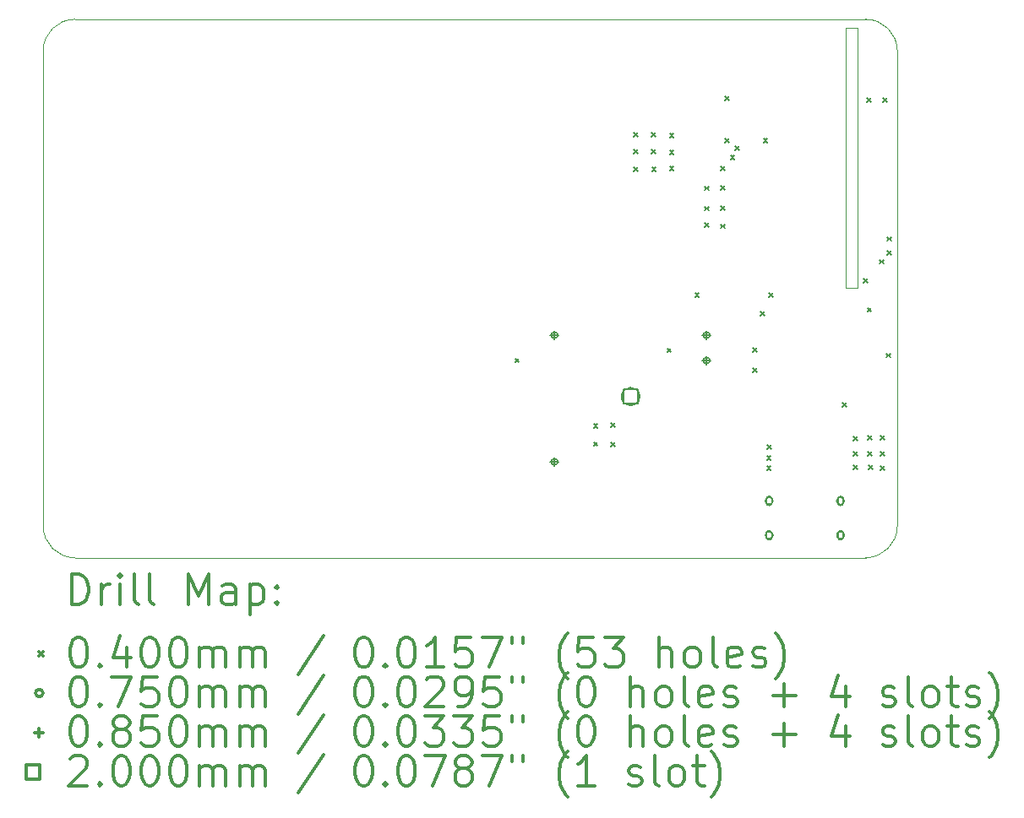
<source format=gbr>
%FSLAX45Y45*%
G04 Gerber Fmt 4.5, Leading zero omitted, Abs format (unit mm)*
G04 Created by KiCad (PCBNEW 5.1.10-88a1d61d58~90~ubuntu20.04.1) date 2021-10-07 18:38:08*
%MOMM*%
%LPD*%
G01*
G04 APERTURE LIST*
%TA.AperFunction,Profile*%
%ADD10C,0.050000*%
%TD*%
%ADD11C,0.200000*%
%ADD12C,0.300000*%
G04 APERTURE END LIST*
D10*
X8159100Y-95250D02*
X8159100Y-88900D01*
X8159100Y-88900D02*
X8039100Y-88900D01*
X8159100Y-2692400D02*
X8159100Y-95250D01*
X8039100Y-2692400D02*
X8159100Y-2692400D01*
X8039100Y-88900D02*
X8039100Y-2692400D01*
X317500Y-5400000D02*
G75*
G02*
X0Y-5082500I0J317500D01*
G01*
X8560000Y-5082500D02*
G75*
G02*
X8242500Y-5400000I-317500J0D01*
G01*
X8242500Y-200D02*
G75*
G02*
X8559800Y-317500I0J-317300D01*
G01*
X0Y-317500D02*
G75*
G02*
X317500Y0I317500J0D01*
G01*
X0Y-317500D02*
X0Y-5082500D01*
X317500Y-5400000D02*
X8242500Y-5400000D01*
X8560000Y-317500D02*
X8560000Y-5082500D01*
X317500Y0D02*
X8242500Y0D01*
D11*
X4729800Y-3402650D02*
X4769800Y-3442650D01*
X4769800Y-3402650D02*
X4729800Y-3442650D01*
X5517200Y-4056700D02*
X5557200Y-4096700D01*
X5557200Y-4056700D02*
X5517200Y-4096700D01*
X5517200Y-4240850D02*
X5557200Y-4280850D01*
X5557200Y-4240850D02*
X5517200Y-4280850D01*
X5688650Y-4050350D02*
X5728650Y-4090350D01*
X5728650Y-4050350D02*
X5688650Y-4090350D01*
X5688650Y-4247200D02*
X5728650Y-4287200D01*
X5728650Y-4247200D02*
X5688650Y-4287200D01*
X5917250Y-1135700D02*
X5957250Y-1175700D01*
X5957250Y-1135700D02*
X5917250Y-1175700D01*
X5917250Y-1307150D02*
X5957250Y-1347150D01*
X5957250Y-1307150D02*
X5917250Y-1347150D01*
X5917250Y-1484950D02*
X5957250Y-1524950D01*
X5957250Y-1484950D02*
X5917250Y-1524950D01*
X6095050Y-1135700D02*
X6135050Y-1175700D01*
X6135050Y-1135700D02*
X6095050Y-1175700D01*
X6095050Y-1307150D02*
X6135050Y-1347150D01*
X6135050Y-1307150D02*
X6095050Y-1347150D01*
X6101400Y-1484950D02*
X6141400Y-1524950D01*
X6141400Y-1484950D02*
X6101400Y-1524950D01*
X6253800Y-3301050D02*
X6293800Y-3341050D01*
X6293800Y-3301050D02*
X6253800Y-3341050D01*
X6279200Y-1148400D02*
X6319200Y-1188400D01*
X6319200Y-1148400D02*
X6279200Y-1188400D01*
X6279200Y-1313500D02*
X6319200Y-1353500D01*
X6319200Y-1313500D02*
X6279200Y-1353500D01*
X6279200Y-1478600D02*
X6319200Y-1518600D01*
X6319200Y-1478600D02*
X6279200Y-1518600D01*
X6533200Y-2748600D02*
X6573200Y-2788600D01*
X6573200Y-2748600D02*
X6533200Y-2788600D01*
X6628450Y-1675450D02*
X6668450Y-1715450D01*
X6668450Y-1675450D02*
X6628450Y-1715450D01*
X6628450Y-1878650D02*
X6668450Y-1918650D01*
X6668450Y-1878650D02*
X6628450Y-1918650D01*
X6628450Y-2043750D02*
X6668450Y-2083750D01*
X6668450Y-2043750D02*
X6628450Y-2083750D01*
X6793550Y-1478600D02*
X6833550Y-1518600D01*
X6833550Y-1478600D02*
X6793550Y-1518600D01*
X6793550Y-1669100D02*
X6833550Y-1709100D01*
X6833550Y-1669100D02*
X6793550Y-1709100D01*
X6793550Y-1872300D02*
X6833550Y-1912300D01*
X6833550Y-1872300D02*
X6793550Y-1912300D01*
X6793550Y-2056450D02*
X6833550Y-2096450D01*
X6833550Y-2056450D02*
X6793550Y-2096450D01*
X6831650Y-773750D02*
X6871650Y-813750D01*
X6871650Y-773750D02*
X6831650Y-813750D01*
X6831650Y-1199200D02*
X6871650Y-1239200D01*
X6871650Y-1199200D02*
X6831650Y-1239200D01*
X6888800Y-1364300D02*
X6928800Y-1404300D01*
X6928800Y-1364300D02*
X6888800Y-1404300D01*
X6935960Y-1272690D02*
X6975960Y-1312690D01*
X6975960Y-1272690D02*
X6935960Y-1312690D01*
X7111050Y-3294700D02*
X7151050Y-3334700D01*
X7151050Y-3294700D02*
X7111050Y-3334700D01*
X7111050Y-3497900D02*
X7151050Y-3537900D01*
X7151050Y-3497900D02*
X7111050Y-3537900D01*
X7187250Y-2932750D02*
X7227250Y-2972750D01*
X7227250Y-2932750D02*
X7187250Y-2972750D01*
X7219000Y-1199200D02*
X7259000Y-1239200D01*
X7259000Y-1199200D02*
X7219000Y-1239200D01*
X7251215Y-4482615D02*
X7291215Y-4522615D01*
X7291215Y-4482615D02*
X7251215Y-4522615D01*
X7251797Y-4380434D02*
X7291797Y-4420434D01*
X7291797Y-4380434D02*
X7251797Y-4420434D01*
X7257100Y-4272600D02*
X7297100Y-4312600D01*
X7297100Y-4272600D02*
X7257100Y-4312600D01*
X7276150Y-2748600D02*
X7316150Y-2788600D01*
X7316150Y-2748600D02*
X7276150Y-2788600D01*
X8012750Y-3847150D02*
X8052750Y-3887150D01*
X8052750Y-3847150D02*
X8012750Y-3887150D01*
X8120700Y-4183700D02*
X8160700Y-4223700D01*
X8160700Y-4183700D02*
X8120700Y-4223700D01*
X8120700Y-4336100D02*
X8160700Y-4376100D01*
X8160700Y-4336100D02*
X8120700Y-4376100D01*
X8120700Y-4475800D02*
X8160700Y-4515800D01*
X8160700Y-4475800D02*
X8120700Y-4515800D01*
X8222300Y-2602550D02*
X8262300Y-2642550D01*
X8262300Y-2602550D02*
X8222300Y-2642550D01*
X8254050Y-792800D02*
X8294050Y-832800D01*
X8294050Y-792800D02*
X8254050Y-832800D01*
X8260400Y-2894650D02*
X8300400Y-2934650D01*
X8300400Y-2894650D02*
X8260400Y-2934650D01*
X8266750Y-4177350D02*
X8306750Y-4217350D01*
X8306750Y-4177350D02*
X8266750Y-4217350D01*
X8266750Y-4336100D02*
X8306750Y-4376100D01*
X8306750Y-4336100D02*
X8266750Y-4376100D01*
X8273100Y-4475800D02*
X8313100Y-4515800D01*
X8313100Y-4475800D02*
X8273100Y-4515800D01*
X8381050Y-2412050D02*
X8421050Y-2452050D01*
X8421050Y-2412050D02*
X8381050Y-2452050D01*
X8393750Y-4177350D02*
X8433750Y-4217350D01*
X8433750Y-4177350D02*
X8393750Y-4217350D01*
X8393750Y-4336100D02*
X8433750Y-4376100D01*
X8433750Y-4336100D02*
X8393750Y-4376100D01*
X8393750Y-4482150D02*
X8433750Y-4522150D01*
X8433750Y-4482150D02*
X8393750Y-4522150D01*
X8419150Y-792800D02*
X8459150Y-832800D01*
X8459150Y-792800D02*
X8419150Y-832800D01*
X8450900Y-3351850D02*
X8490900Y-3391850D01*
X8490900Y-3351850D02*
X8450900Y-3391850D01*
X8457250Y-2183450D02*
X8497250Y-2223450D01*
X8497250Y-2183450D02*
X8457250Y-2223450D01*
X8457250Y-2323150D02*
X8497250Y-2363150D01*
X8497250Y-2323150D02*
X8457250Y-2363150D01*
X7312700Y-4830450D02*
G75*
G03*
X7312700Y-4830450I-37500J0D01*
G01*
X7247700Y-4812950D02*
X7247700Y-4847950D01*
X7302700Y-4812950D02*
X7302700Y-4847950D01*
X7247700Y-4847950D02*
G75*
G03*
X7302700Y-4847950I27500J0D01*
G01*
X7302700Y-4812950D02*
G75*
G03*
X7247700Y-4812950I-27500J0D01*
G01*
X7312700Y-5175450D02*
G75*
G03*
X7312700Y-5175450I-37500J0D01*
G01*
X7247700Y-5157950D02*
X7247700Y-5192950D01*
X7302700Y-5157950D02*
X7302700Y-5192950D01*
X7247700Y-5192950D02*
G75*
G03*
X7302700Y-5192950I27500J0D01*
G01*
X7302700Y-5157950D02*
G75*
G03*
X7247700Y-5157950I-27500J0D01*
G01*
X8027700Y-4830450D02*
G75*
G03*
X8027700Y-4830450I-37500J0D01*
G01*
X7962700Y-4812950D02*
X7962700Y-4847950D01*
X8017700Y-4812950D02*
X8017700Y-4847950D01*
X7962700Y-4847950D02*
G75*
G03*
X8017700Y-4847950I27500J0D01*
G01*
X8017700Y-4812950D02*
G75*
G03*
X7962700Y-4812950I-27500J0D01*
G01*
X8027700Y-5175450D02*
G75*
G03*
X8027700Y-5175450I-37500J0D01*
G01*
X7962700Y-5157950D02*
X7962700Y-5192950D01*
X8017700Y-5157950D02*
X8017700Y-5192950D01*
X7962700Y-5192950D02*
G75*
G03*
X8017700Y-5192950I27500J0D01*
G01*
X8017700Y-5157950D02*
G75*
G03*
X7962700Y-5157950I-27500J0D01*
G01*
X5124450Y-3126151D02*
X5124450Y-3211149D01*
X5081951Y-3168650D02*
X5166949Y-3168650D01*
X5124195Y-3201149D02*
X5124705Y-3201149D01*
X5124195Y-3136151D02*
X5124705Y-3136151D01*
X5124705Y-3201149D02*
G75*
G03*
X5124705Y-3136151I0J32499D01*
G01*
X5124195Y-3136151D02*
G75*
G03*
X5124195Y-3201149I0J-32499D01*
G01*
X5124450Y-4396151D02*
X5124450Y-4481149D01*
X5081951Y-4438650D02*
X5166949Y-4438650D01*
X5124195Y-4471149D02*
X5124705Y-4471149D01*
X5124195Y-4406151D02*
X5124705Y-4406151D01*
X5124705Y-4471149D02*
G75*
G03*
X5124705Y-4406151I0J32499D01*
G01*
X5124195Y-4406151D02*
G75*
G03*
X5124195Y-4471149I0J-32499D01*
G01*
X6648450Y-3126151D02*
X6648450Y-3211149D01*
X6605951Y-3168650D02*
X6690949Y-3168650D01*
X6648705Y-3136151D02*
X6648195Y-3136151D01*
X6648705Y-3201149D02*
X6648195Y-3201149D01*
X6648195Y-3136151D02*
G75*
G03*
X6648195Y-3201149I0J-32499D01*
G01*
X6648705Y-3201149D02*
G75*
G03*
X6648705Y-3136151I0J32499D01*
G01*
X6648450Y-3380151D02*
X6648450Y-3465149D01*
X6605951Y-3422650D02*
X6690949Y-3422650D01*
X6648705Y-3390151D02*
X6648195Y-3390151D01*
X6648705Y-3455149D02*
X6648195Y-3455149D01*
X6648195Y-3390151D02*
G75*
G03*
X6648195Y-3455149I0J-32499D01*
G01*
X6648705Y-3455149D02*
G75*
G03*
X6648705Y-3390151I0J32499D01*
G01*
X5957161Y-3855362D02*
X5957161Y-3713940D01*
X5815739Y-3713940D01*
X5815739Y-3855362D01*
X5957161Y-3855362D01*
X5796450Y-3784397D02*
X5796450Y-3784905D01*
X5976450Y-3784397D02*
X5976450Y-3784905D01*
X5796450Y-3784905D02*
G75*
G03*
X5976450Y-3784905I90000J0D01*
G01*
X5976450Y-3784397D02*
G75*
G03*
X5796450Y-3784397I-90000J0D01*
G01*
D12*
X283928Y-5868214D02*
X283928Y-5568214D01*
X355357Y-5568214D01*
X398214Y-5582500D01*
X426786Y-5611071D01*
X441071Y-5639643D01*
X455357Y-5696786D01*
X455357Y-5739643D01*
X441071Y-5796786D01*
X426786Y-5825357D01*
X398214Y-5853929D01*
X355357Y-5868214D01*
X283928Y-5868214D01*
X583928Y-5868214D02*
X583928Y-5668214D01*
X583928Y-5725357D02*
X598214Y-5696786D01*
X612500Y-5682500D01*
X641071Y-5668214D01*
X669643Y-5668214D01*
X769643Y-5868214D02*
X769643Y-5668214D01*
X769643Y-5568214D02*
X755357Y-5582500D01*
X769643Y-5596786D01*
X783928Y-5582500D01*
X769643Y-5568214D01*
X769643Y-5596786D01*
X955357Y-5868214D02*
X926786Y-5853929D01*
X912500Y-5825357D01*
X912500Y-5568214D01*
X1112500Y-5868214D02*
X1083928Y-5853929D01*
X1069643Y-5825357D01*
X1069643Y-5568214D01*
X1455357Y-5868214D02*
X1455357Y-5568214D01*
X1555357Y-5782500D01*
X1655357Y-5568214D01*
X1655357Y-5868214D01*
X1926786Y-5868214D02*
X1926786Y-5711071D01*
X1912500Y-5682500D01*
X1883928Y-5668214D01*
X1826786Y-5668214D01*
X1798214Y-5682500D01*
X1926786Y-5853929D02*
X1898214Y-5868214D01*
X1826786Y-5868214D01*
X1798214Y-5853929D01*
X1783928Y-5825357D01*
X1783928Y-5796786D01*
X1798214Y-5768214D01*
X1826786Y-5753929D01*
X1898214Y-5753929D01*
X1926786Y-5739643D01*
X2069643Y-5668214D02*
X2069643Y-5968214D01*
X2069643Y-5682500D02*
X2098214Y-5668214D01*
X2155357Y-5668214D01*
X2183928Y-5682500D01*
X2198214Y-5696786D01*
X2212500Y-5725357D01*
X2212500Y-5811071D01*
X2198214Y-5839643D01*
X2183928Y-5853929D01*
X2155357Y-5868214D01*
X2098214Y-5868214D01*
X2069643Y-5853929D01*
X2341071Y-5839643D02*
X2355357Y-5853929D01*
X2341071Y-5868214D01*
X2326786Y-5853929D01*
X2341071Y-5839643D01*
X2341071Y-5868214D01*
X2341071Y-5682500D02*
X2355357Y-5696786D01*
X2341071Y-5711071D01*
X2326786Y-5696786D01*
X2341071Y-5682500D01*
X2341071Y-5711071D01*
X-42500Y-6342500D02*
X-2500Y-6382500D01*
X-2500Y-6342500D02*
X-42500Y-6382500D01*
X341071Y-6198214D02*
X369643Y-6198214D01*
X398214Y-6212500D01*
X412500Y-6226786D01*
X426786Y-6255357D01*
X441071Y-6312500D01*
X441071Y-6383929D01*
X426786Y-6441071D01*
X412500Y-6469643D01*
X398214Y-6483929D01*
X369643Y-6498214D01*
X341071Y-6498214D01*
X312500Y-6483929D01*
X298214Y-6469643D01*
X283928Y-6441071D01*
X269643Y-6383929D01*
X269643Y-6312500D01*
X283928Y-6255357D01*
X298214Y-6226786D01*
X312500Y-6212500D01*
X341071Y-6198214D01*
X569643Y-6469643D02*
X583928Y-6483929D01*
X569643Y-6498214D01*
X555357Y-6483929D01*
X569643Y-6469643D01*
X569643Y-6498214D01*
X841071Y-6298214D02*
X841071Y-6498214D01*
X769643Y-6183929D02*
X698214Y-6398214D01*
X883928Y-6398214D01*
X1055357Y-6198214D02*
X1083928Y-6198214D01*
X1112500Y-6212500D01*
X1126786Y-6226786D01*
X1141071Y-6255357D01*
X1155357Y-6312500D01*
X1155357Y-6383929D01*
X1141071Y-6441071D01*
X1126786Y-6469643D01*
X1112500Y-6483929D01*
X1083928Y-6498214D01*
X1055357Y-6498214D01*
X1026786Y-6483929D01*
X1012500Y-6469643D01*
X998214Y-6441071D01*
X983928Y-6383929D01*
X983928Y-6312500D01*
X998214Y-6255357D01*
X1012500Y-6226786D01*
X1026786Y-6212500D01*
X1055357Y-6198214D01*
X1341071Y-6198214D02*
X1369643Y-6198214D01*
X1398214Y-6212500D01*
X1412500Y-6226786D01*
X1426786Y-6255357D01*
X1441071Y-6312500D01*
X1441071Y-6383929D01*
X1426786Y-6441071D01*
X1412500Y-6469643D01*
X1398214Y-6483929D01*
X1369643Y-6498214D01*
X1341071Y-6498214D01*
X1312500Y-6483929D01*
X1298214Y-6469643D01*
X1283928Y-6441071D01*
X1269643Y-6383929D01*
X1269643Y-6312500D01*
X1283928Y-6255357D01*
X1298214Y-6226786D01*
X1312500Y-6212500D01*
X1341071Y-6198214D01*
X1569643Y-6498214D02*
X1569643Y-6298214D01*
X1569643Y-6326786D02*
X1583928Y-6312500D01*
X1612500Y-6298214D01*
X1655357Y-6298214D01*
X1683928Y-6312500D01*
X1698214Y-6341071D01*
X1698214Y-6498214D01*
X1698214Y-6341071D02*
X1712500Y-6312500D01*
X1741071Y-6298214D01*
X1783928Y-6298214D01*
X1812500Y-6312500D01*
X1826786Y-6341071D01*
X1826786Y-6498214D01*
X1969643Y-6498214D02*
X1969643Y-6298214D01*
X1969643Y-6326786D02*
X1983928Y-6312500D01*
X2012500Y-6298214D01*
X2055357Y-6298214D01*
X2083928Y-6312500D01*
X2098214Y-6341071D01*
X2098214Y-6498214D01*
X2098214Y-6341071D02*
X2112500Y-6312500D01*
X2141071Y-6298214D01*
X2183928Y-6298214D01*
X2212500Y-6312500D01*
X2226786Y-6341071D01*
X2226786Y-6498214D01*
X2812500Y-6183929D02*
X2555357Y-6569643D01*
X3198214Y-6198214D02*
X3226786Y-6198214D01*
X3255357Y-6212500D01*
X3269643Y-6226786D01*
X3283928Y-6255357D01*
X3298214Y-6312500D01*
X3298214Y-6383929D01*
X3283928Y-6441071D01*
X3269643Y-6469643D01*
X3255357Y-6483929D01*
X3226786Y-6498214D01*
X3198214Y-6498214D01*
X3169643Y-6483929D01*
X3155357Y-6469643D01*
X3141071Y-6441071D01*
X3126786Y-6383929D01*
X3126786Y-6312500D01*
X3141071Y-6255357D01*
X3155357Y-6226786D01*
X3169643Y-6212500D01*
X3198214Y-6198214D01*
X3426786Y-6469643D02*
X3441071Y-6483929D01*
X3426786Y-6498214D01*
X3412500Y-6483929D01*
X3426786Y-6469643D01*
X3426786Y-6498214D01*
X3626786Y-6198214D02*
X3655357Y-6198214D01*
X3683928Y-6212500D01*
X3698214Y-6226786D01*
X3712500Y-6255357D01*
X3726786Y-6312500D01*
X3726786Y-6383929D01*
X3712500Y-6441071D01*
X3698214Y-6469643D01*
X3683928Y-6483929D01*
X3655357Y-6498214D01*
X3626786Y-6498214D01*
X3598214Y-6483929D01*
X3583928Y-6469643D01*
X3569643Y-6441071D01*
X3555357Y-6383929D01*
X3555357Y-6312500D01*
X3569643Y-6255357D01*
X3583928Y-6226786D01*
X3598214Y-6212500D01*
X3626786Y-6198214D01*
X4012500Y-6498214D02*
X3841071Y-6498214D01*
X3926786Y-6498214D02*
X3926786Y-6198214D01*
X3898214Y-6241071D01*
X3869643Y-6269643D01*
X3841071Y-6283929D01*
X4283928Y-6198214D02*
X4141071Y-6198214D01*
X4126786Y-6341071D01*
X4141071Y-6326786D01*
X4169643Y-6312500D01*
X4241071Y-6312500D01*
X4269643Y-6326786D01*
X4283928Y-6341071D01*
X4298214Y-6369643D01*
X4298214Y-6441071D01*
X4283928Y-6469643D01*
X4269643Y-6483929D01*
X4241071Y-6498214D01*
X4169643Y-6498214D01*
X4141071Y-6483929D01*
X4126786Y-6469643D01*
X4398214Y-6198214D02*
X4598214Y-6198214D01*
X4469643Y-6498214D01*
X4698214Y-6198214D02*
X4698214Y-6255357D01*
X4812500Y-6198214D02*
X4812500Y-6255357D01*
X5255357Y-6612500D02*
X5241071Y-6598214D01*
X5212500Y-6555357D01*
X5198214Y-6526786D01*
X5183928Y-6483929D01*
X5169643Y-6412500D01*
X5169643Y-6355357D01*
X5183928Y-6283929D01*
X5198214Y-6241071D01*
X5212500Y-6212500D01*
X5241071Y-6169643D01*
X5255357Y-6155357D01*
X5512500Y-6198214D02*
X5369643Y-6198214D01*
X5355357Y-6341071D01*
X5369643Y-6326786D01*
X5398214Y-6312500D01*
X5469643Y-6312500D01*
X5498214Y-6326786D01*
X5512500Y-6341071D01*
X5526786Y-6369643D01*
X5526786Y-6441071D01*
X5512500Y-6469643D01*
X5498214Y-6483929D01*
X5469643Y-6498214D01*
X5398214Y-6498214D01*
X5369643Y-6483929D01*
X5355357Y-6469643D01*
X5626786Y-6198214D02*
X5812500Y-6198214D01*
X5712500Y-6312500D01*
X5755357Y-6312500D01*
X5783928Y-6326786D01*
X5798214Y-6341071D01*
X5812500Y-6369643D01*
X5812500Y-6441071D01*
X5798214Y-6469643D01*
X5783928Y-6483929D01*
X5755357Y-6498214D01*
X5669643Y-6498214D01*
X5641071Y-6483929D01*
X5626786Y-6469643D01*
X6169643Y-6498214D02*
X6169643Y-6198214D01*
X6298214Y-6498214D02*
X6298214Y-6341071D01*
X6283928Y-6312500D01*
X6255357Y-6298214D01*
X6212500Y-6298214D01*
X6183928Y-6312500D01*
X6169643Y-6326786D01*
X6483928Y-6498214D02*
X6455357Y-6483929D01*
X6441071Y-6469643D01*
X6426786Y-6441071D01*
X6426786Y-6355357D01*
X6441071Y-6326786D01*
X6455357Y-6312500D01*
X6483928Y-6298214D01*
X6526786Y-6298214D01*
X6555357Y-6312500D01*
X6569643Y-6326786D01*
X6583928Y-6355357D01*
X6583928Y-6441071D01*
X6569643Y-6469643D01*
X6555357Y-6483929D01*
X6526786Y-6498214D01*
X6483928Y-6498214D01*
X6755357Y-6498214D02*
X6726786Y-6483929D01*
X6712500Y-6455357D01*
X6712500Y-6198214D01*
X6983928Y-6483929D02*
X6955357Y-6498214D01*
X6898214Y-6498214D01*
X6869643Y-6483929D01*
X6855357Y-6455357D01*
X6855357Y-6341071D01*
X6869643Y-6312500D01*
X6898214Y-6298214D01*
X6955357Y-6298214D01*
X6983928Y-6312500D01*
X6998214Y-6341071D01*
X6998214Y-6369643D01*
X6855357Y-6398214D01*
X7112500Y-6483929D02*
X7141071Y-6498214D01*
X7198214Y-6498214D01*
X7226786Y-6483929D01*
X7241071Y-6455357D01*
X7241071Y-6441071D01*
X7226786Y-6412500D01*
X7198214Y-6398214D01*
X7155357Y-6398214D01*
X7126786Y-6383929D01*
X7112500Y-6355357D01*
X7112500Y-6341071D01*
X7126786Y-6312500D01*
X7155357Y-6298214D01*
X7198214Y-6298214D01*
X7226786Y-6312500D01*
X7341071Y-6612500D02*
X7355357Y-6598214D01*
X7383928Y-6555357D01*
X7398214Y-6526786D01*
X7412500Y-6483929D01*
X7426786Y-6412500D01*
X7426786Y-6355357D01*
X7412500Y-6283929D01*
X7398214Y-6241071D01*
X7383928Y-6212500D01*
X7355357Y-6169643D01*
X7341071Y-6155357D01*
X-2500Y-6758500D02*
G75*
G03*
X-2500Y-6758500I-37500J0D01*
G01*
X341071Y-6594214D02*
X369643Y-6594214D01*
X398214Y-6608500D01*
X412500Y-6622786D01*
X426786Y-6651357D01*
X441071Y-6708500D01*
X441071Y-6779929D01*
X426786Y-6837071D01*
X412500Y-6865643D01*
X398214Y-6879929D01*
X369643Y-6894214D01*
X341071Y-6894214D01*
X312500Y-6879929D01*
X298214Y-6865643D01*
X283928Y-6837071D01*
X269643Y-6779929D01*
X269643Y-6708500D01*
X283928Y-6651357D01*
X298214Y-6622786D01*
X312500Y-6608500D01*
X341071Y-6594214D01*
X569643Y-6865643D02*
X583928Y-6879929D01*
X569643Y-6894214D01*
X555357Y-6879929D01*
X569643Y-6865643D01*
X569643Y-6894214D01*
X683928Y-6594214D02*
X883928Y-6594214D01*
X755357Y-6894214D01*
X1141071Y-6594214D02*
X998214Y-6594214D01*
X983928Y-6737071D01*
X998214Y-6722786D01*
X1026786Y-6708500D01*
X1098214Y-6708500D01*
X1126786Y-6722786D01*
X1141071Y-6737071D01*
X1155357Y-6765643D01*
X1155357Y-6837071D01*
X1141071Y-6865643D01*
X1126786Y-6879929D01*
X1098214Y-6894214D01*
X1026786Y-6894214D01*
X998214Y-6879929D01*
X983928Y-6865643D01*
X1341071Y-6594214D02*
X1369643Y-6594214D01*
X1398214Y-6608500D01*
X1412500Y-6622786D01*
X1426786Y-6651357D01*
X1441071Y-6708500D01*
X1441071Y-6779929D01*
X1426786Y-6837071D01*
X1412500Y-6865643D01*
X1398214Y-6879929D01*
X1369643Y-6894214D01*
X1341071Y-6894214D01*
X1312500Y-6879929D01*
X1298214Y-6865643D01*
X1283928Y-6837071D01*
X1269643Y-6779929D01*
X1269643Y-6708500D01*
X1283928Y-6651357D01*
X1298214Y-6622786D01*
X1312500Y-6608500D01*
X1341071Y-6594214D01*
X1569643Y-6894214D02*
X1569643Y-6694214D01*
X1569643Y-6722786D02*
X1583928Y-6708500D01*
X1612500Y-6694214D01*
X1655357Y-6694214D01*
X1683928Y-6708500D01*
X1698214Y-6737071D01*
X1698214Y-6894214D01*
X1698214Y-6737071D02*
X1712500Y-6708500D01*
X1741071Y-6694214D01*
X1783928Y-6694214D01*
X1812500Y-6708500D01*
X1826786Y-6737071D01*
X1826786Y-6894214D01*
X1969643Y-6894214D02*
X1969643Y-6694214D01*
X1969643Y-6722786D02*
X1983928Y-6708500D01*
X2012500Y-6694214D01*
X2055357Y-6694214D01*
X2083928Y-6708500D01*
X2098214Y-6737071D01*
X2098214Y-6894214D01*
X2098214Y-6737071D02*
X2112500Y-6708500D01*
X2141071Y-6694214D01*
X2183928Y-6694214D01*
X2212500Y-6708500D01*
X2226786Y-6737071D01*
X2226786Y-6894214D01*
X2812500Y-6579929D02*
X2555357Y-6965643D01*
X3198214Y-6594214D02*
X3226786Y-6594214D01*
X3255357Y-6608500D01*
X3269643Y-6622786D01*
X3283928Y-6651357D01*
X3298214Y-6708500D01*
X3298214Y-6779929D01*
X3283928Y-6837071D01*
X3269643Y-6865643D01*
X3255357Y-6879929D01*
X3226786Y-6894214D01*
X3198214Y-6894214D01*
X3169643Y-6879929D01*
X3155357Y-6865643D01*
X3141071Y-6837071D01*
X3126786Y-6779929D01*
X3126786Y-6708500D01*
X3141071Y-6651357D01*
X3155357Y-6622786D01*
X3169643Y-6608500D01*
X3198214Y-6594214D01*
X3426786Y-6865643D02*
X3441071Y-6879929D01*
X3426786Y-6894214D01*
X3412500Y-6879929D01*
X3426786Y-6865643D01*
X3426786Y-6894214D01*
X3626786Y-6594214D02*
X3655357Y-6594214D01*
X3683928Y-6608500D01*
X3698214Y-6622786D01*
X3712500Y-6651357D01*
X3726786Y-6708500D01*
X3726786Y-6779929D01*
X3712500Y-6837071D01*
X3698214Y-6865643D01*
X3683928Y-6879929D01*
X3655357Y-6894214D01*
X3626786Y-6894214D01*
X3598214Y-6879929D01*
X3583928Y-6865643D01*
X3569643Y-6837071D01*
X3555357Y-6779929D01*
X3555357Y-6708500D01*
X3569643Y-6651357D01*
X3583928Y-6622786D01*
X3598214Y-6608500D01*
X3626786Y-6594214D01*
X3841071Y-6622786D02*
X3855357Y-6608500D01*
X3883928Y-6594214D01*
X3955357Y-6594214D01*
X3983928Y-6608500D01*
X3998214Y-6622786D01*
X4012500Y-6651357D01*
X4012500Y-6679929D01*
X3998214Y-6722786D01*
X3826786Y-6894214D01*
X4012500Y-6894214D01*
X4155357Y-6894214D02*
X4212500Y-6894214D01*
X4241071Y-6879929D01*
X4255357Y-6865643D01*
X4283928Y-6822786D01*
X4298214Y-6765643D01*
X4298214Y-6651357D01*
X4283928Y-6622786D01*
X4269643Y-6608500D01*
X4241071Y-6594214D01*
X4183928Y-6594214D01*
X4155357Y-6608500D01*
X4141071Y-6622786D01*
X4126786Y-6651357D01*
X4126786Y-6722786D01*
X4141071Y-6751357D01*
X4155357Y-6765643D01*
X4183928Y-6779929D01*
X4241071Y-6779929D01*
X4269643Y-6765643D01*
X4283928Y-6751357D01*
X4298214Y-6722786D01*
X4569643Y-6594214D02*
X4426786Y-6594214D01*
X4412500Y-6737071D01*
X4426786Y-6722786D01*
X4455357Y-6708500D01*
X4526786Y-6708500D01*
X4555357Y-6722786D01*
X4569643Y-6737071D01*
X4583928Y-6765643D01*
X4583928Y-6837071D01*
X4569643Y-6865643D01*
X4555357Y-6879929D01*
X4526786Y-6894214D01*
X4455357Y-6894214D01*
X4426786Y-6879929D01*
X4412500Y-6865643D01*
X4698214Y-6594214D02*
X4698214Y-6651357D01*
X4812500Y-6594214D02*
X4812500Y-6651357D01*
X5255357Y-7008500D02*
X5241071Y-6994214D01*
X5212500Y-6951357D01*
X5198214Y-6922786D01*
X5183928Y-6879929D01*
X5169643Y-6808500D01*
X5169643Y-6751357D01*
X5183928Y-6679929D01*
X5198214Y-6637071D01*
X5212500Y-6608500D01*
X5241071Y-6565643D01*
X5255357Y-6551357D01*
X5426786Y-6594214D02*
X5455357Y-6594214D01*
X5483928Y-6608500D01*
X5498214Y-6622786D01*
X5512500Y-6651357D01*
X5526786Y-6708500D01*
X5526786Y-6779929D01*
X5512500Y-6837071D01*
X5498214Y-6865643D01*
X5483928Y-6879929D01*
X5455357Y-6894214D01*
X5426786Y-6894214D01*
X5398214Y-6879929D01*
X5383928Y-6865643D01*
X5369643Y-6837071D01*
X5355357Y-6779929D01*
X5355357Y-6708500D01*
X5369643Y-6651357D01*
X5383928Y-6622786D01*
X5398214Y-6608500D01*
X5426786Y-6594214D01*
X5883928Y-6894214D02*
X5883928Y-6594214D01*
X6012500Y-6894214D02*
X6012500Y-6737071D01*
X5998214Y-6708500D01*
X5969643Y-6694214D01*
X5926786Y-6694214D01*
X5898214Y-6708500D01*
X5883928Y-6722786D01*
X6198214Y-6894214D02*
X6169643Y-6879929D01*
X6155357Y-6865643D01*
X6141071Y-6837071D01*
X6141071Y-6751357D01*
X6155357Y-6722786D01*
X6169643Y-6708500D01*
X6198214Y-6694214D01*
X6241071Y-6694214D01*
X6269643Y-6708500D01*
X6283928Y-6722786D01*
X6298214Y-6751357D01*
X6298214Y-6837071D01*
X6283928Y-6865643D01*
X6269643Y-6879929D01*
X6241071Y-6894214D01*
X6198214Y-6894214D01*
X6469643Y-6894214D02*
X6441071Y-6879929D01*
X6426786Y-6851357D01*
X6426786Y-6594214D01*
X6698214Y-6879929D02*
X6669643Y-6894214D01*
X6612500Y-6894214D01*
X6583928Y-6879929D01*
X6569643Y-6851357D01*
X6569643Y-6737071D01*
X6583928Y-6708500D01*
X6612500Y-6694214D01*
X6669643Y-6694214D01*
X6698214Y-6708500D01*
X6712500Y-6737071D01*
X6712500Y-6765643D01*
X6569643Y-6794214D01*
X6826786Y-6879929D02*
X6855357Y-6894214D01*
X6912500Y-6894214D01*
X6941071Y-6879929D01*
X6955357Y-6851357D01*
X6955357Y-6837071D01*
X6941071Y-6808500D01*
X6912500Y-6794214D01*
X6869643Y-6794214D01*
X6841071Y-6779929D01*
X6826786Y-6751357D01*
X6826786Y-6737071D01*
X6841071Y-6708500D01*
X6869643Y-6694214D01*
X6912500Y-6694214D01*
X6941071Y-6708500D01*
X7312500Y-6779929D02*
X7541071Y-6779929D01*
X7426786Y-6894214D02*
X7426786Y-6665643D01*
X8041071Y-6694214D02*
X8041071Y-6894214D01*
X7969643Y-6579929D02*
X7898214Y-6794214D01*
X8083928Y-6794214D01*
X8412500Y-6879929D02*
X8441071Y-6894214D01*
X8498214Y-6894214D01*
X8526786Y-6879929D01*
X8541071Y-6851357D01*
X8541071Y-6837071D01*
X8526786Y-6808500D01*
X8498214Y-6794214D01*
X8455357Y-6794214D01*
X8426786Y-6779929D01*
X8412500Y-6751357D01*
X8412500Y-6737071D01*
X8426786Y-6708500D01*
X8455357Y-6694214D01*
X8498214Y-6694214D01*
X8526786Y-6708500D01*
X8712500Y-6894214D02*
X8683928Y-6879929D01*
X8669643Y-6851357D01*
X8669643Y-6594214D01*
X8869643Y-6894214D02*
X8841071Y-6879929D01*
X8826786Y-6865643D01*
X8812500Y-6837071D01*
X8812500Y-6751357D01*
X8826786Y-6722786D01*
X8841071Y-6708500D01*
X8869643Y-6694214D01*
X8912500Y-6694214D01*
X8941071Y-6708500D01*
X8955357Y-6722786D01*
X8969643Y-6751357D01*
X8969643Y-6837071D01*
X8955357Y-6865643D01*
X8941071Y-6879929D01*
X8912500Y-6894214D01*
X8869643Y-6894214D01*
X9055357Y-6694214D02*
X9169643Y-6694214D01*
X9098214Y-6594214D02*
X9098214Y-6851357D01*
X9112500Y-6879929D01*
X9141071Y-6894214D01*
X9169643Y-6894214D01*
X9255357Y-6879929D02*
X9283928Y-6894214D01*
X9341071Y-6894214D01*
X9369643Y-6879929D01*
X9383928Y-6851357D01*
X9383928Y-6837071D01*
X9369643Y-6808500D01*
X9341071Y-6794214D01*
X9298214Y-6794214D01*
X9269643Y-6779929D01*
X9255357Y-6751357D01*
X9255357Y-6737071D01*
X9269643Y-6708500D01*
X9298214Y-6694214D01*
X9341071Y-6694214D01*
X9369643Y-6708500D01*
X9483928Y-7008500D02*
X9498214Y-6994214D01*
X9526786Y-6951357D01*
X9541071Y-6922786D01*
X9555357Y-6879929D01*
X9569643Y-6808500D01*
X9569643Y-6751357D01*
X9555357Y-6679929D01*
X9541071Y-6637071D01*
X9526786Y-6608500D01*
X9498214Y-6565643D01*
X9483928Y-6551357D01*
X-44999Y-7112001D02*
X-44999Y-7196999D01*
X-87499Y-7154500D02*
X-2500Y-7154500D01*
X341071Y-6990214D02*
X369643Y-6990214D01*
X398214Y-7004500D01*
X412500Y-7018786D01*
X426786Y-7047357D01*
X441071Y-7104500D01*
X441071Y-7175929D01*
X426786Y-7233071D01*
X412500Y-7261643D01*
X398214Y-7275929D01*
X369643Y-7290214D01*
X341071Y-7290214D01*
X312500Y-7275929D01*
X298214Y-7261643D01*
X283928Y-7233071D01*
X269643Y-7175929D01*
X269643Y-7104500D01*
X283928Y-7047357D01*
X298214Y-7018786D01*
X312500Y-7004500D01*
X341071Y-6990214D01*
X569643Y-7261643D02*
X583928Y-7275929D01*
X569643Y-7290214D01*
X555357Y-7275929D01*
X569643Y-7261643D01*
X569643Y-7290214D01*
X755357Y-7118786D02*
X726786Y-7104500D01*
X712500Y-7090214D01*
X698214Y-7061643D01*
X698214Y-7047357D01*
X712500Y-7018786D01*
X726786Y-7004500D01*
X755357Y-6990214D01*
X812500Y-6990214D01*
X841071Y-7004500D01*
X855357Y-7018786D01*
X869643Y-7047357D01*
X869643Y-7061643D01*
X855357Y-7090214D01*
X841071Y-7104500D01*
X812500Y-7118786D01*
X755357Y-7118786D01*
X726786Y-7133071D01*
X712500Y-7147357D01*
X698214Y-7175929D01*
X698214Y-7233071D01*
X712500Y-7261643D01*
X726786Y-7275929D01*
X755357Y-7290214D01*
X812500Y-7290214D01*
X841071Y-7275929D01*
X855357Y-7261643D01*
X869643Y-7233071D01*
X869643Y-7175929D01*
X855357Y-7147357D01*
X841071Y-7133071D01*
X812500Y-7118786D01*
X1141071Y-6990214D02*
X998214Y-6990214D01*
X983928Y-7133071D01*
X998214Y-7118786D01*
X1026786Y-7104500D01*
X1098214Y-7104500D01*
X1126786Y-7118786D01*
X1141071Y-7133071D01*
X1155357Y-7161643D01*
X1155357Y-7233071D01*
X1141071Y-7261643D01*
X1126786Y-7275929D01*
X1098214Y-7290214D01*
X1026786Y-7290214D01*
X998214Y-7275929D01*
X983928Y-7261643D01*
X1341071Y-6990214D02*
X1369643Y-6990214D01*
X1398214Y-7004500D01*
X1412500Y-7018786D01*
X1426786Y-7047357D01*
X1441071Y-7104500D01*
X1441071Y-7175929D01*
X1426786Y-7233071D01*
X1412500Y-7261643D01*
X1398214Y-7275929D01*
X1369643Y-7290214D01*
X1341071Y-7290214D01*
X1312500Y-7275929D01*
X1298214Y-7261643D01*
X1283928Y-7233071D01*
X1269643Y-7175929D01*
X1269643Y-7104500D01*
X1283928Y-7047357D01*
X1298214Y-7018786D01*
X1312500Y-7004500D01*
X1341071Y-6990214D01*
X1569643Y-7290214D02*
X1569643Y-7090214D01*
X1569643Y-7118786D02*
X1583928Y-7104500D01*
X1612500Y-7090214D01*
X1655357Y-7090214D01*
X1683928Y-7104500D01*
X1698214Y-7133071D01*
X1698214Y-7290214D01*
X1698214Y-7133071D02*
X1712500Y-7104500D01*
X1741071Y-7090214D01*
X1783928Y-7090214D01*
X1812500Y-7104500D01*
X1826786Y-7133071D01*
X1826786Y-7290214D01*
X1969643Y-7290214D02*
X1969643Y-7090214D01*
X1969643Y-7118786D02*
X1983928Y-7104500D01*
X2012500Y-7090214D01*
X2055357Y-7090214D01*
X2083928Y-7104500D01*
X2098214Y-7133071D01*
X2098214Y-7290214D01*
X2098214Y-7133071D02*
X2112500Y-7104500D01*
X2141071Y-7090214D01*
X2183928Y-7090214D01*
X2212500Y-7104500D01*
X2226786Y-7133071D01*
X2226786Y-7290214D01*
X2812500Y-6975929D02*
X2555357Y-7361643D01*
X3198214Y-6990214D02*
X3226786Y-6990214D01*
X3255357Y-7004500D01*
X3269643Y-7018786D01*
X3283928Y-7047357D01*
X3298214Y-7104500D01*
X3298214Y-7175929D01*
X3283928Y-7233071D01*
X3269643Y-7261643D01*
X3255357Y-7275929D01*
X3226786Y-7290214D01*
X3198214Y-7290214D01*
X3169643Y-7275929D01*
X3155357Y-7261643D01*
X3141071Y-7233071D01*
X3126786Y-7175929D01*
X3126786Y-7104500D01*
X3141071Y-7047357D01*
X3155357Y-7018786D01*
X3169643Y-7004500D01*
X3198214Y-6990214D01*
X3426786Y-7261643D02*
X3441071Y-7275929D01*
X3426786Y-7290214D01*
X3412500Y-7275929D01*
X3426786Y-7261643D01*
X3426786Y-7290214D01*
X3626786Y-6990214D02*
X3655357Y-6990214D01*
X3683928Y-7004500D01*
X3698214Y-7018786D01*
X3712500Y-7047357D01*
X3726786Y-7104500D01*
X3726786Y-7175929D01*
X3712500Y-7233071D01*
X3698214Y-7261643D01*
X3683928Y-7275929D01*
X3655357Y-7290214D01*
X3626786Y-7290214D01*
X3598214Y-7275929D01*
X3583928Y-7261643D01*
X3569643Y-7233071D01*
X3555357Y-7175929D01*
X3555357Y-7104500D01*
X3569643Y-7047357D01*
X3583928Y-7018786D01*
X3598214Y-7004500D01*
X3626786Y-6990214D01*
X3826786Y-6990214D02*
X4012500Y-6990214D01*
X3912500Y-7104500D01*
X3955357Y-7104500D01*
X3983928Y-7118786D01*
X3998214Y-7133071D01*
X4012500Y-7161643D01*
X4012500Y-7233071D01*
X3998214Y-7261643D01*
X3983928Y-7275929D01*
X3955357Y-7290214D01*
X3869643Y-7290214D01*
X3841071Y-7275929D01*
X3826786Y-7261643D01*
X4112500Y-6990214D02*
X4298214Y-6990214D01*
X4198214Y-7104500D01*
X4241071Y-7104500D01*
X4269643Y-7118786D01*
X4283928Y-7133071D01*
X4298214Y-7161643D01*
X4298214Y-7233071D01*
X4283928Y-7261643D01*
X4269643Y-7275929D01*
X4241071Y-7290214D01*
X4155357Y-7290214D01*
X4126786Y-7275929D01*
X4112500Y-7261643D01*
X4569643Y-6990214D02*
X4426786Y-6990214D01*
X4412500Y-7133071D01*
X4426786Y-7118786D01*
X4455357Y-7104500D01*
X4526786Y-7104500D01*
X4555357Y-7118786D01*
X4569643Y-7133071D01*
X4583928Y-7161643D01*
X4583928Y-7233071D01*
X4569643Y-7261643D01*
X4555357Y-7275929D01*
X4526786Y-7290214D01*
X4455357Y-7290214D01*
X4426786Y-7275929D01*
X4412500Y-7261643D01*
X4698214Y-6990214D02*
X4698214Y-7047357D01*
X4812500Y-6990214D02*
X4812500Y-7047357D01*
X5255357Y-7404500D02*
X5241071Y-7390214D01*
X5212500Y-7347357D01*
X5198214Y-7318786D01*
X5183928Y-7275929D01*
X5169643Y-7204500D01*
X5169643Y-7147357D01*
X5183928Y-7075929D01*
X5198214Y-7033071D01*
X5212500Y-7004500D01*
X5241071Y-6961643D01*
X5255357Y-6947357D01*
X5426786Y-6990214D02*
X5455357Y-6990214D01*
X5483928Y-7004500D01*
X5498214Y-7018786D01*
X5512500Y-7047357D01*
X5526786Y-7104500D01*
X5526786Y-7175929D01*
X5512500Y-7233071D01*
X5498214Y-7261643D01*
X5483928Y-7275929D01*
X5455357Y-7290214D01*
X5426786Y-7290214D01*
X5398214Y-7275929D01*
X5383928Y-7261643D01*
X5369643Y-7233071D01*
X5355357Y-7175929D01*
X5355357Y-7104500D01*
X5369643Y-7047357D01*
X5383928Y-7018786D01*
X5398214Y-7004500D01*
X5426786Y-6990214D01*
X5883928Y-7290214D02*
X5883928Y-6990214D01*
X6012500Y-7290214D02*
X6012500Y-7133071D01*
X5998214Y-7104500D01*
X5969643Y-7090214D01*
X5926786Y-7090214D01*
X5898214Y-7104500D01*
X5883928Y-7118786D01*
X6198214Y-7290214D02*
X6169643Y-7275929D01*
X6155357Y-7261643D01*
X6141071Y-7233071D01*
X6141071Y-7147357D01*
X6155357Y-7118786D01*
X6169643Y-7104500D01*
X6198214Y-7090214D01*
X6241071Y-7090214D01*
X6269643Y-7104500D01*
X6283928Y-7118786D01*
X6298214Y-7147357D01*
X6298214Y-7233071D01*
X6283928Y-7261643D01*
X6269643Y-7275929D01*
X6241071Y-7290214D01*
X6198214Y-7290214D01*
X6469643Y-7290214D02*
X6441071Y-7275929D01*
X6426786Y-7247357D01*
X6426786Y-6990214D01*
X6698214Y-7275929D02*
X6669643Y-7290214D01*
X6612500Y-7290214D01*
X6583928Y-7275929D01*
X6569643Y-7247357D01*
X6569643Y-7133071D01*
X6583928Y-7104500D01*
X6612500Y-7090214D01*
X6669643Y-7090214D01*
X6698214Y-7104500D01*
X6712500Y-7133071D01*
X6712500Y-7161643D01*
X6569643Y-7190214D01*
X6826786Y-7275929D02*
X6855357Y-7290214D01*
X6912500Y-7290214D01*
X6941071Y-7275929D01*
X6955357Y-7247357D01*
X6955357Y-7233071D01*
X6941071Y-7204500D01*
X6912500Y-7190214D01*
X6869643Y-7190214D01*
X6841071Y-7175929D01*
X6826786Y-7147357D01*
X6826786Y-7133071D01*
X6841071Y-7104500D01*
X6869643Y-7090214D01*
X6912500Y-7090214D01*
X6941071Y-7104500D01*
X7312500Y-7175929D02*
X7541071Y-7175929D01*
X7426786Y-7290214D02*
X7426786Y-7061643D01*
X8041071Y-7090214D02*
X8041071Y-7290214D01*
X7969643Y-6975929D02*
X7898214Y-7190214D01*
X8083928Y-7190214D01*
X8412500Y-7275929D02*
X8441071Y-7290214D01*
X8498214Y-7290214D01*
X8526786Y-7275929D01*
X8541071Y-7247357D01*
X8541071Y-7233071D01*
X8526786Y-7204500D01*
X8498214Y-7190214D01*
X8455357Y-7190214D01*
X8426786Y-7175929D01*
X8412500Y-7147357D01*
X8412500Y-7133071D01*
X8426786Y-7104500D01*
X8455357Y-7090214D01*
X8498214Y-7090214D01*
X8526786Y-7104500D01*
X8712500Y-7290214D02*
X8683928Y-7275929D01*
X8669643Y-7247357D01*
X8669643Y-6990214D01*
X8869643Y-7290214D02*
X8841071Y-7275929D01*
X8826786Y-7261643D01*
X8812500Y-7233071D01*
X8812500Y-7147357D01*
X8826786Y-7118786D01*
X8841071Y-7104500D01*
X8869643Y-7090214D01*
X8912500Y-7090214D01*
X8941071Y-7104500D01*
X8955357Y-7118786D01*
X8969643Y-7147357D01*
X8969643Y-7233071D01*
X8955357Y-7261643D01*
X8941071Y-7275929D01*
X8912500Y-7290214D01*
X8869643Y-7290214D01*
X9055357Y-7090214D02*
X9169643Y-7090214D01*
X9098214Y-6990214D02*
X9098214Y-7247357D01*
X9112500Y-7275929D01*
X9141071Y-7290214D01*
X9169643Y-7290214D01*
X9255357Y-7275929D02*
X9283928Y-7290214D01*
X9341071Y-7290214D01*
X9369643Y-7275929D01*
X9383928Y-7247357D01*
X9383928Y-7233071D01*
X9369643Y-7204500D01*
X9341071Y-7190214D01*
X9298214Y-7190214D01*
X9269643Y-7175929D01*
X9255357Y-7147357D01*
X9255357Y-7133071D01*
X9269643Y-7104500D01*
X9298214Y-7090214D01*
X9341071Y-7090214D01*
X9369643Y-7104500D01*
X9483928Y-7404500D02*
X9498214Y-7390214D01*
X9526786Y-7347357D01*
X9541071Y-7318786D01*
X9555357Y-7275929D01*
X9569643Y-7204500D01*
X9569643Y-7147357D01*
X9555357Y-7075929D01*
X9541071Y-7033071D01*
X9526786Y-7004500D01*
X9498214Y-6961643D01*
X9483928Y-6947357D01*
X-31789Y-7621211D02*
X-31789Y-7479789D01*
X-173211Y-7479789D01*
X-173211Y-7621211D01*
X-31789Y-7621211D01*
X269643Y-7414786D02*
X283928Y-7400500D01*
X312500Y-7386214D01*
X383928Y-7386214D01*
X412500Y-7400500D01*
X426786Y-7414786D01*
X441071Y-7443357D01*
X441071Y-7471929D01*
X426786Y-7514786D01*
X255357Y-7686214D01*
X441071Y-7686214D01*
X569643Y-7657643D02*
X583928Y-7671929D01*
X569643Y-7686214D01*
X555357Y-7671929D01*
X569643Y-7657643D01*
X569643Y-7686214D01*
X769643Y-7386214D02*
X798214Y-7386214D01*
X826786Y-7400500D01*
X841071Y-7414786D01*
X855357Y-7443357D01*
X869643Y-7500500D01*
X869643Y-7571929D01*
X855357Y-7629071D01*
X841071Y-7657643D01*
X826786Y-7671929D01*
X798214Y-7686214D01*
X769643Y-7686214D01*
X741071Y-7671929D01*
X726786Y-7657643D01*
X712500Y-7629071D01*
X698214Y-7571929D01*
X698214Y-7500500D01*
X712500Y-7443357D01*
X726786Y-7414786D01*
X741071Y-7400500D01*
X769643Y-7386214D01*
X1055357Y-7386214D02*
X1083928Y-7386214D01*
X1112500Y-7400500D01*
X1126786Y-7414786D01*
X1141071Y-7443357D01*
X1155357Y-7500500D01*
X1155357Y-7571929D01*
X1141071Y-7629071D01*
X1126786Y-7657643D01*
X1112500Y-7671929D01*
X1083928Y-7686214D01*
X1055357Y-7686214D01*
X1026786Y-7671929D01*
X1012500Y-7657643D01*
X998214Y-7629071D01*
X983928Y-7571929D01*
X983928Y-7500500D01*
X998214Y-7443357D01*
X1012500Y-7414786D01*
X1026786Y-7400500D01*
X1055357Y-7386214D01*
X1341071Y-7386214D02*
X1369643Y-7386214D01*
X1398214Y-7400500D01*
X1412500Y-7414786D01*
X1426786Y-7443357D01*
X1441071Y-7500500D01*
X1441071Y-7571929D01*
X1426786Y-7629071D01*
X1412500Y-7657643D01*
X1398214Y-7671929D01*
X1369643Y-7686214D01*
X1341071Y-7686214D01*
X1312500Y-7671929D01*
X1298214Y-7657643D01*
X1283928Y-7629071D01*
X1269643Y-7571929D01*
X1269643Y-7500500D01*
X1283928Y-7443357D01*
X1298214Y-7414786D01*
X1312500Y-7400500D01*
X1341071Y-7386214D01*
X1569643Y-7686214D02*
X1569643Y-7486214D01*
X1569643Y-7514786D02*
X1583928Y-7500500D01*
X1612500Y-7486214D01*
X1655357Y-7486214D01*
X1683928Y-7500500D01*
X1698214Y-7529071D01*
X1698214Y-7686214D01*
X1698214Y-7529071D02*
X1712500Y-7500500D01*
X1741071Y-7486214D01*
X1783928Y-7486214D01*
X1812500Y-7500500D01*
X1826786Y-7529071D01*
X1826786Y-7686214D01*
X1969643Y-7686214D02*
X1969643Y-7486214D01*
X1969643Y-7514786D02*
X1983928Y-7500500D01*
X2012500Y-7486214D01*
X2055357Y-7486214D01*
X2083928Y-7500500D01*
X2098214Y-7529071D01*
X2098214Y-7686214D01*
X2098214Y-7529071D02*
X2112500Y-7500500D01*
X2141071Y-7486214D01*
X2183928Y-7486214D01*
X2212500Y-7500500D01*
X2226786Y-7529071D01*
X2226786Y-7686214D01*
X2812500Y-7371929D02*
X2555357Y-7757643D01*
X3198214Y-7386214D02*
X3226786Y-7386214D01*
X3255357Y-7400500D01*
X3269643Y-7414786D01*
X3283928Y-7443357D01*
X3298214Y-7500500D01*
X3298214Y-7571929D01*
X3283928Y-7629071D01*
X3269643Y-7657643D01*
X3255357Y-7671929D01*
X3226786Y-7686214D01*
X3198214Y-7686214D01*
X3169643Y-7671929D01*
X3155357Y-7657643D01*
X3141071Y-7629071D01*
X3126786Y-7571929D01*
X3126786Y-7500500D01*
X3141071Y-7443357D01*
X3155357Y-7414786D01*
X3169643Y-7400500D01*
X3198214Y-7386214D01*
X3426786Y-7657643D02*
X3441071Y-7671929D01*
X3426786Y-7686214D01*
X3412500Y-7671929D01*
X3426786Y-7657643D01*
X3426786Y-7686214D01*
X3626786Y-7386214D02*
X3655357Y-7386214D01*
X3683928Y-7400500D01*
X3698214Y-7414786D01*
X3712500Y-7443357D01*
X3726786Y-7500500D01*
X3726786Y-7571929D01*
X3712500Y-7629071D01*
X3698214Y-7657643D01*
X3683928Y-7671929D01*
X3655357Y-7686214D01*
X3626786Y-7686214D01*
X3598214Y-7671929D01*
X3583928Y-7657643D01*
X3569643Y-7629071D01*
X3555357Y-7571929D01*
X3555357Y-7500500D01*
X3569643Y-7443357D01*
X3583928Y-7414786D01*
X3598214Y-7400500D01*
X3626786Y-7386214D01*
X3826786Y-7386214D02*
X4026786Y-7386214D01*
X3898214Y-7686214D01*
X4183928Y-7514786D02*
X4155357Y-7500500D01*
X4141071Y-7486214D01*
X4126786Y-7457643D01*
X4126786Y-7443357D01*
X4141071Y-7414786D01*
X4155357Y-7400500D01*
X4183928Y-7386214D01*
X4241071Y-7386214D01*
X4269643Y-7400500D01*
X4283928Y-7414786D01*
X4298214Y-7443357D01*
X4298214Y-7457643D01*
X4283928Y-7486214D01*
X4269643Y-7500500D01*
X4241071Y-7514786D01*
X4183928Y-7514786D01*
X4155357Y-7529071D01*
X4141071Y-7543357D01*
X4126786Y-7571929D01*
X4126786Y-7629071D01*
X4141071Y-7657643D01*
X4155357Y-7671929D01*
X4183928Y-7686214D01*
X4241071Y-7686214D01*
X4269643Y-7671929D01*
X4283928Y-7657643D01*
X4298214Y-7629071D01*
X4298214Y-7571929D01*
X4283928Y-7543357D01*
X4269643Y-7529071D01*
X4241071Y-7514786D01*
X4398214Y-7386214D02*
X4598214Y-7386214D01*
X4469643Y-7686214D01*
X4698214Y-7386214D02*
X4698214Y-7443357D01*
X4812500Y-7386214D02*
X4812500Y-7443357D01*
X5255357Y-7800500D02*
X5241071Y-7786214D01*
X5212500Y-7743357D01*
X5198214Y-7714786D01*
X5183928Y-7671929D01*
X5169643Y-7600500D01*
X5169643Y-7543357D01*
X5183928Y-7471929D01*
X5198214Y-7429071D01*
X5212500Y-7400500D01*
X5241071Y-7357643D01*
X5255357Y-7343357D01*
X5526786Y-7686214D02*
X5355357Y-7686214D01*
X5441071Y-7686214D02*
X5441071Y-7386214D01*
X5412500Y-7429071D01*
X5383928Y-7457643D01*
X5355357Y-7471929D01*
X5869643Y-7671929D02*
X5898214Y-7686214D01*
X5955357Y-7686214D01*
X5983928Y-7671929D01*
X5998214Y-7643357D01*
X5998214Y-7629071D01*
X5983928Y-7600500D01*
X5955357Y-7586214D01*
X5912500Y-7586214D01*
X5883928Y-7571929D01*
X5869643Y-7543357D01*
X5869643Y-7529071D01*
X5883928Y-7500500D01*
X5912500Y-7486214D01*
X5955357Y-7486214D01*
X5983928Y-7500500D01*
X6169643Y-7686214D02*
X6141071Y-7671929D01*
X6126786Y-7643357D01*
X6126786Y-7386214D01*
X6326786Y-7686214D02*
X6298214Y-7671929D01*
X6283928Y-7657643D01*
X6269643Y-7629071D01*
X6269643Y-7543357D01*
X6283928Y-7514786D01*
X6298214Y-7500500D01*
X6326786Y-7486214D01*
X6369643Y-7486214D01*
X6398214Y-7500500D01*
X6412500Y-7514786D01*
X6426786Y-7543357D01*
X6426786Y-7629071D01*
X6412500Y-7657643D01*
X6398214Y-7671929D01*
X6369643Y-7686214D01*
X6326786Y-7686214D01*
X6512500Y-7486214D02*
X6626786Y-7486214D01*
X6555357Y-7386214D02*
X6555357Y-7643357D01*
X6569643Y-7671929D01*
X6598214Y-7686214D01*
X6626786Y-7686214D01*
X6698214Y-7800500D02*
X6712500Y-7786214D01*
X6741071Y-7743357D01*
X6755357Y-7714786D01*
X6769643Y-7671929D01*
X6783928Y-7600500D01*
X6783928Y-7543357D01*
X6769643Y-7471929D01*
X6755357Y-7429071D01*
X6741071Y-7400500D01*
X6712500Y-7357643D01*
X6698214Y-7343357D01*
M02*

</source>
